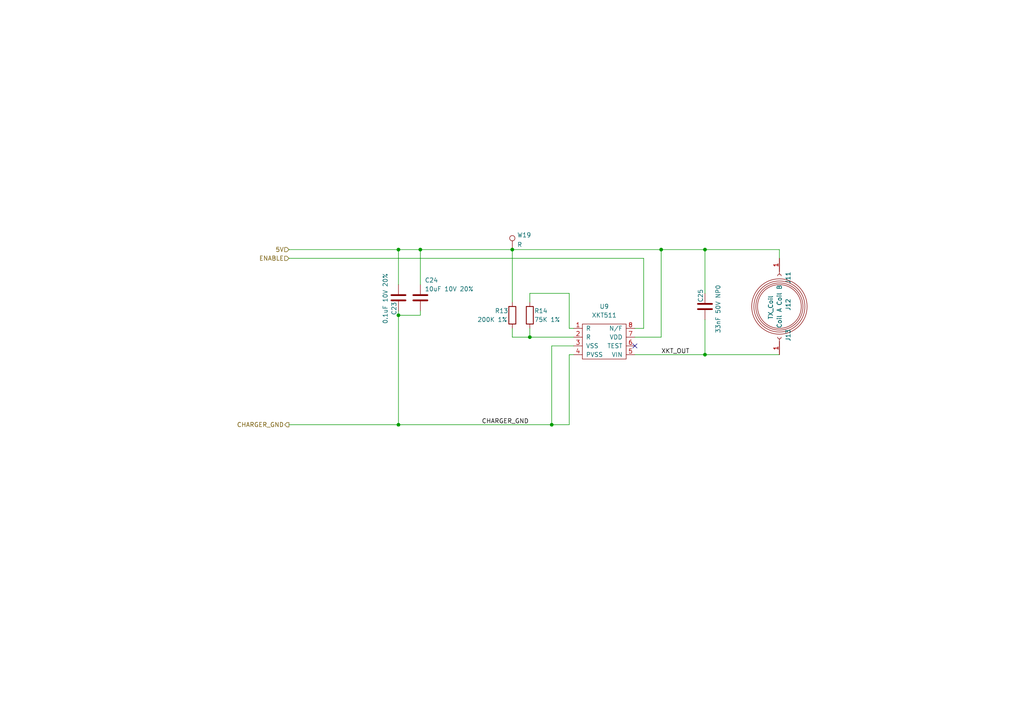
<source format=kicad_sch>
(kicad_sch (version 20211123) (generator eeschema)
  (paper "A4")
  (lib_symbols
    (symbol "Connector:Conn_01x01_Female" (pin_names (offset 1.016) hide)
      (property "Reference" "J" (at 0 2.54 0))
      (property "Value" "Conn_01x01_Female" (at 0 -2.54 0))
      (symbol "Conn_01x01_Female_1_1"
        (polyline (pts (xy -1.27 0) (xy -0.508 0)) (stroke (width 0.1524)))
        (arc (start 0 0.508) (mid -0.508 0) (end 0 -0.508) (stroke (width 0.1524)))
        (pin passive line (at -5.08 0 0) (length 3.81) (name "Pin_1") (number "1"))
      )
    )
    (symbol "Device:C" (pin_numbers hide) (pin_names (offset 0.254))
      (property "Reference" "C" (at 0.635 2.54 0))
      (property "Value" "C" (at 0.635 -2.54 0))
      (symbol "C_0_1"
        (polyline (pts (xy -2.032 -0.762) (xy 2.032 -0.762)) (stroke (width 0.508)))
        (polyline (pts (xy -2.032 0.762) (xy 2.032 0.762)) (stroke (width 0.508)))
      )
      (symbol "C_1_1"
        (pin passive line (at 0 3.81 270) (length 2.794) (name "~") (number "1"))
        (pin passive line (at 0 -3.81 90) (length 2.794) (name "~") (number "2"))
      )
    )
    (symbol "Device:R" (pin_numbers hide) (pin_names (offset 0))
      (property "Reference" "R" (at 2.032 0 90))
      (property "Value" "R" (at 0 0 90))
      (symbol "R_0_1"
        (rectangle (start -1.016 -2.54) (end 1.016 2.54) (stroke (width 0.254)))
      )
      (symbol "R_1_1"
        (pin passive line (at 0 3.81 270) (length 1.27) (name "~") (number "1"))
        (pin passive line (at 0 -3.81 90) (length 1.27) (name "~") (number "2"))
      )
    )
    (symbol "Pixels-dice:TEST_1P-conn" (pin_numbers hide) (pin_names (offset 0.762) hide)
      (property "Reference" "W" (at 0 6.858 0))
      (property "Value" "TEST_1P-conn" (at 0 5.08 0))
      (symbol "TEST_1P-conn_0_1"
        (circle (center 0 3.302) (radius 0.762))
      )
      (symbol "TEST_1P-conn_1_1"
        (pin passive line (at 0 0 90) (length 2.54) (name "1") (number "1"))
      )
    )
    (symbol "Pixels-dice:TX_Coil"
      (property "Reference" "J" (at 0 10.16 0))
      (property "Value" "TX_Coil" (at 0 -10.16 0))
      (symbol "TX_Coil_0_1"
        (circle (center 0 0) (radius 6.35))
        (circle (center 0 0) (radius 6.8392))
        (circle (center 0 0) (radius 7.4053))
        (circle (center 0 0) (radius 8.0322))
      )
    )
    (symbol "Pixels-dice:XKT511" (pin_names (offset 1.016))
      (property "Reference" "U" (at 0 6.35 0))
      (property "Value" "XKT511" (at 0 -6.35 0))
      (symbol "XKT511_0_1"
        (rectangle (start -6.35 5.08) (end 6.35 -5.08))
      )
      (symbol "XKT511_1_1"
        (pin passive line (at -8.89 3.81 0) (length 2.54) (name "R") (number "1"))
        (pin passive line (at -8.89 1.27 0) (length 2.54) (name "R") (number "2"))
        (pin power_in line (at -8.89 -1.27 0) (length 2.54) (name "VSS") (number "3"))
        (pin power_in line (at -8.89 -3.81 0) (length 2.54) (name "PVSS") (number "4"))
        (pin input line (at 8.89 -3.81 180) (length 2.54) (name "VIN") (number "5"))
        (pin output line (at 8.89 -1.27 180) (length 2.54) (name "TEST") (number "6"))
        (pin power_in line (at 8.89 1.27 180) (length 2.54) (name "VDD") (number "7"))
        (pin input line (at 8.89 3.81 180) (length 2.54) (name "N/F") (number "8"))
      )
    )
  )
  (junction (at 115.57 123.19))
  (junction (at 153.67 97.79))
  (junction (at 160.02 123.19))
  (junction (at 148.59 72.39))
  (junction (at 191.77 72.39))
  (junction (at 115.57 91.44))
  (junction (at 115.57 72.39))
  (junction (at 121.92 72.39))
  (junction (at 204.47 102.87))
  (junction (at 204.47 72.39))
  (no_connect (at 184.15 100.33))
  (wire (pts (xy 204.47 102.87) (xy 226.06 102.87)))
  (wire (pts (xy 153.67 95.25) (xy 153.67 97.79)))
  (wire (pts (xy 121.92 72.39) (xy 121.92 82.55)))
  (wire (pts (xy 186.69 74.93) (xy 186.69 95.25)))
  (wire (pts (xy 153.67 97.79) (xy 148.59 97.79)))
  (wire (pts (xy 115.57 123.19) (xy 160.02 123.19)))
  (wire (pts (xy 83.82 123.19) (xy 115.57 123.19)))
  (wire (pts (xy 160.02 100.33) (xy 160.02 123.19)))
  (wire (pts (xy 121.92 90.17) (xy 121.92 91.44)))
  (wire (pts (xy 121.92 91.44) (xy 115.57 91.44)))
  (wire (pts (xy 166.37 100.33) (xy 160.02 100.33)))
  (wire (pts (xy 204.47 92.71) (xy 204.47 102.87)))
  (wire (pts (xy 83.82 74.93) (xy 186.69 74.93)))
  (wire (pts (xy 184.15 97.79) (xy 191.77 97.79)))
  (wire (pts (xy 165.1 85.09) (xy 165.1 95.25)))
  (wire (pts (xy 184.15 102.87) (xy 204.47 102.87)))
  (wire (pts (xy 121.92 72.39) (xy 148.59 72.39)))
  (wire (pts (xy 184.15 95.25) (xy 186.69 95.25)))
  (wire (pts (xy 165.1 95.25) (xy 166.37 95.25)))
  (wire (pts (xy 165.1 102.87) (xy 165.1 123.19)))
  (wire (pts (xy 191.77 72.39) (xy 204.47 72.39)))
  (wire (pts (xy 115.57 90.17) (xy 115.57 91.44)))
  (wire (pts (xy 153.67 85.09) (xy 153.67 87.63)))
  (wire (pts (xy 83.82 72.39) (xy 115.57 72.39)))
  (wire (pts (xy 115.57 72.39) (xy 115.57 82.55)))
  (wire (pts (xy 191.77 97.79) (xy 191.77 72.39)))
  (wire (pts (xy 148.59 97.79) (xy 148.59 95.25)))
  (wire (pts (xy 148.59 72.39) (xy 148.59 87.63)))
  (wire (pts (xy 204.47 72.39) (xy 226.06 72.39)))
  (wire (pts (xy 166.37 102.87) (xy 165.1 102.87)))
  (wire (pts (xy 226.06 74.93) (xy 226.06 72.39)))
  (wire (pts (xy 115.57 91.44) (xy 115.57 123.19)))
  (wire (pts (xy 165.1 85.09) (xy 153.67 85.09)))
  (wire (pts (xy 204.47 72.39) (xy 204.47 85.09)))
  (wire (pts (xy 148.59 72.39) (xy 191.77 72.39)))
  (wire (pts (xy 160.02 123.19) (xy 165.1 123.19)))
  (wire (pts (xy 115.57 72.39) (xy 121.92 72.39)))
  (wire (pts (xy 153.67 97.79) (xy 166.37 97.79)))
  (label "CHARGER_GND" (at 139.7 123.19 0))
  (label "XKT_OUT" (at 191.77 102.87 0))
  (hierarchical_label "CHARGER_GND" (shape output) (at 83.82 123.19 180))
  (hierarchical_label "5V" (shape input) (at 83.82 72.39 180))
  (hierarchical_label "ENABLE" (shape input) (at 83.82 74.93 180))
  (symbol (lib_id "Pixels-dice:TEST_1P-conn") (at 148.59 72.39 0) (unit 1)
    (property "Reference" "W19" (at 149.987 68.1795 0) (effects (justify left)))
    (property "Value" "R" (at 149.987 70.9546 0) (effects (justify left)))
    (property "Footprint" "Pixels-dice:TEST_PIN" (effects hide))
  )
  (symbol (lib_id "Device:C") (at 204.47 88.9 0) (mirror x) (unit 1)
    (property "Reference" "C25" (at 203.2 83.82 90) (effects (justify left)))
    (property "Value" "33nF 50V NP0" (at 208.28 82.55 90) (effects (justify left)))
    (property "Footprint" "Capacitor_SMD:C_1206_3216Metric" (effects hide))
    (property "Manufacturer" "Murata" (effects hide))
    (property "Manufacturer Part Number" "GRM3195C1H333JA01D" (effects hide))
    (property "Generic OK" "NO" (effects hide))
  )
  (symbol (lib_id "Device:C") (at 115.57 86.36 0) (unit 1)
    (property "Reference" "C23" (at 114.3 91.44 90) (effects (justify left)))
    (property "Value" "0.1uF 10V 20%" (at 111.76 93.98 90) (effects (justify left)))
    (property "Footprint" "Capacitor_SMD:C_0402_1005Metric" (effects hide))
    (property "LCSC Part Number" "C2168305" (effects hide))
    (property "Manufacturer" "Murata" (effects hide))
    (property "Manufacturer Part Number" "GRM155R61H104KE19D" (effects hide))
    (property "Generic OK" "YES" (effects hide))
  )
  (symbol (lib_id "Pixels-dice:XKT511") (at 175.26 99.06 0) (unit 1)
    (property "Reference" "U9" (at 175.26 88.9 0))
    (property "Value" "XKT511" (at 175.26 91.44 0))
    (property "Footprint" "Pixels-dice:SOIC-8_3.9x4.9mm_P1.27mm" (effects hide))
    (property "Manufacturer" "XKT" (effects hide))
    (property "Manufacturer Part Number" "XKT-511" (effects hide))
  )
  (symbol (lib_id "Device:C") (at 121.92 86.36 0) (unit 1)
    (property "Reference" "C24" (at 123.19 81.28 0) (effects (justify left)))
    (property "Value" "10uF 10V 20%" (at 123.19 83.82 0) (effects (justify left)))
    (property "Footprint" "Capacitor_SMD:C_0603_1608Metric" (effects hide))
    (property "Manufacturer" "Murata" (effects hide))
    (property "Manufacturer Part Number" "GRM188R61A106ME69D" (effects hide))
    (property "Generic OK" "YES" (effects hide))
  )
  (symbol (lib_id "Pixels-dice:TX_Coil") (at 226.06 88.9 0) (unit 1)
    (property "Reference" "J12" (at 228.6 90.17 90) (effects (justify left)))
    (property "Value" "TX_Coil" (at 223.52 92.71 90) (effects (justify left)))
    (property "Footprint" "Pixels-dice:TX Coil" (effects hide))
  )
  (symbol (lib_id "Connector:Conn_01x01_Female") (at 226.06 80.01 90) (mirror x) (unit 1)
    (property "Reference" "J11" (at 228.6 78.74 0) (effects (justify left)))
    (property "Value" "Coil B" (at 226.06 82.55 0) (effects (justify left)))
    (property "Footprint" "TestPoint:TestPoint_Pad_D2.0mm" (effects hide))
  )
  (symbol (lib_id "Device:R") (at 153.67 91.44 180) (unit 1)
    (property "Reference" "R14" (at 154.94 90.17 0) (effects (justify right)))
    (property "Value" "75K 1%" (at 154.94 92.71 0) (effects (justify right)))
    (property "Footprint" "Resistor_SMD:R_0402_1005Metric" (effects hide))
    (property "Manufacturer" "UNI-ROYAL(Uniroyal Elec)" (effects hide))
    (property "Manufacturer Part Number" "0402WGF7502TCE" (effects hide))
  )
  (symbol (lib_id "Connector:Conn_01x01_Female") (at 226.06 97.79 270) (mirror x) (unit 1)
    (property "Reference" "J13" (at 228.6 99.06 0) (effects (justify left)))
    (property "Value" "Coil A" (at 226.06 95.25 0) (effects (justify left)))
    (property "Footprint" "TestPoint:TestPoint_Pad_D2.0mm" (effects hide))
  )
  (symbol (lib_id "Device:R") (at 148.59 91.44 180) (unit 1)
    (property "Reference" "R13" (at 143.51 90.17 0) (effects (justify right)))
    (property "Value" "200K 1%" (at 138.43 92.71 0) (effects (justify right)))
    (property "Footprint" "Resistor_SMD:R_0402_1005Metric" (effects hide))
    (property "LCSC Part Number" "C25764" (effects hide))
    (property "Manufacturer" "UNI-ROYAL(Uniroyal Elec)" (effects hide))
    (property "Manufacturer Part Number" "0402WGF2003TCE" (effects hide))
  )
)
</source>
